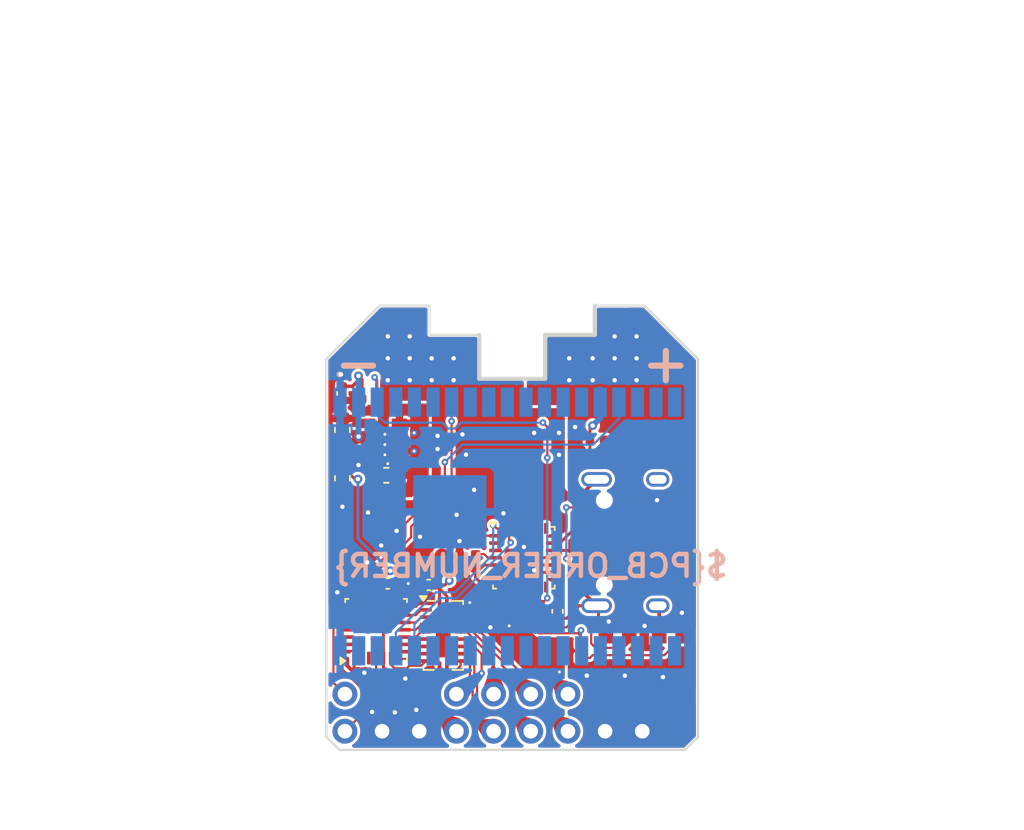
<source format=kicad_pcb>
(kicad_pcb (version 20241229) (generator "pcbnew") (generator_version "9.0")
  (layers (0 "F.Cu" signal) (4 "In1.Cu" signal) (6 "In2.Cu" signal) (2 "B.Cu" signal) (13 "F.Paste" user) (15 "B.Paste" user) (5 "F.SilkS" user "F.Silkscreen") (7 "B.SilkS" user "B.Silkscreen") (1 "F.Mask" user) (3 "B.Mask" user) (25 "Edge.Cuts" user))
  (net 0 "")
  (net 1 "Net-(J1-Pin_4)")
  (net 2 "Net-(J1-Pin_3)")
  (net 3 "Net-(J1-Pin_5)")
  (net 4 "USBD-")
  (net 5 "VUSB")
  (net 6 "USBD+")
  (net 8 "Net-(J2-CC2)")
  (net 9 "Net-(J2-CC1)")
  (net 11 "Net-(U2-NRST)")
  (net 12 "Net-(SW1-A)")
  (net 13 "Net-(SW2-A)")
  (net 14 "Net-(U4-NRST)")
  (net 15 "Net-(U4-PB8)")
  (net 16 "ESPBOOT")
  (net 26 "GND")
  (net 27 "+5V")
  (net 28 "3V3")
  (net 29 "ESPEN")
  (net 34 "ESPRX")
  (net 37 "ESPTX")
  (net 38 "STMTX")
  (net 39 "STMRX")
  (net 40 "SWDIO")
  (net 41 "SWDCLK")
  (net 72 "Net-(U2-PA6)")
  (net 73 "Net-(U2-PA7)")
  (net 74 "Net-(U2-PA4)")
  (net 75 "Net-(J1-Pin_6)")
  (net 76 "Net-(U2-PA5)")
  (net 77 "Net-(J3-Pin_3)")
  (net 78 "Net-(J3-Pin_2)")
  (net 79 "Net-(J3-Pin_1)")
  (net 80 "Net-(J3-Pin_4)")
  (net 81 "Net-(U2-PA1)")
  (net 84 "Net-(U2-PA3)")
  (net 90 "Net-(U2-PA0)")
  (net 94 "Net-(U2-PA2)")
  (footprint "Connector_PinHeader_2.54mm:PinHeader_1x08_P2.54mm_Vertical" (layer "F.Cu") (at 0 0 90)
    (property "Reference" "J1" (hide yes))
    (property "Value" "Conn_01x08_Male")
  )
  (footprint "Connector_PinHeader_2.54mm:PinHeader_1x04_P2.54mm_Vertical" (layer "F.Cu") (at -3.81 -2.54 90)
    (property "Reference" "J3" (hide yes))
    (property "Value" "Conn_01x04_Male")
  )
  (footprint "Connector_PinHeader_2.54mm:PinHeader_1x02_P2.54mm_Vertical" (layer "F.Cu") (at -11.43 -2.54)
    (property "Reference" "J4" (hide yes))
    (property "Value" "Conn_01x02_Male")
  )
  (footprint "footprints:USB_C_Receptacle_HRO_TYPE-C-31-M-12" (layer "F.Cu") (at 8.9 -12.9 90)
    (property "Reference" "J2" (hide yes))
    (property "Value" "USB_C_Receptacle_USB2.0")
  )
  (footprint "esp32-wrover:C_0603_1608Metric" (layer "F.Cu") (at -8.6 -17.5 180)
    (property "Reference" "C2" (hide yes))
    (property "Value" "10uF")
  )
  (footprint "esp32-wrover:C_0603_1608Metric" (layer "F.Cu") (at -11.6 -17.3 -90)
    (property "Reference" "C9" (hide yes))
    (property "Value" "10uF")
  )
  (footprint "esp32-wrover:C_0603_1608Metric" (layer "F.Cu") (at -11.6 -20.6 90)
    (property "Reference" "C4" (hide yes))
    (property "Value" "10uF")
  )
  (footprint "Capacitor_SMD:C_0402_1005Metric" (layer "F.Cu") (at -11.6 -23.1 -90)
    (property "Reference" "C5" (hide yes))
    (property "Value" "1uF")
  )
  (footprint "Resistor_SMD:R_0402_1005Metric" (layer "F.Cu") (at -9.77 -22.71)
    (property "Reference" "R5" (hide yes))
    (property "Value" "10k")
  )
  (footprint "Resistor_SMD:R_0402_1005Metric" (layer "F.Cu") (at -8.7 -3.5)
    (property "Reference" "R6" (hide yes))
    (property "Value" "10k")
  )
  (footprint "Resistor_SMD:R_0402_1005Metric" (layer "F.Cu") (at 5.8 -19.9)
    (property "Reference" "R8" (hide yes))
    (property "Value" "5.1k")
  )
  (footprint "Resistor_SMD:R_0402_1005Metric" (layer "F.Cu") (at 5.8 -18.8)
    (property "Reference" "R9" (hide yes))
    (property "Value" "5.1k")
  )
  (footprint "Resistor_SMD:R_0402_1005Metric" (layer "F.Cu") (at 1.9 -8.2 -90)
    (property "Reference" "R10" (hide yes))
    (property "Value" "470 Ohm")
  )
  (footprint "Resistor_SMD:R_0402_1005Metric" (layer "F.Cu") (at 0 -8.6)
    (property "Reference" "R11" (hide yes))
    (property "Value" "10k")
  )
  (footprint "Button_Switch_SMD:SW_Push_1P1T_NO_CK_KMR2" (layer "F.Cu") (at 7.2 -4.4 -90)
    (property "Reference" "SW1" (hide yes))
    (property "Value" "SW_SPST")
  )
  (footprint "Button_Switch_SMD:SW_Push_1P1T_NO_CK_KMR2" (layer "F.Cu") (at 10.85 -4.4 -90)
    (property "Reference" "SW2" (hide yes))
    (property "Value" "SW_SPST")
  )
  (footprint "Resistor_SMD:R_0402_1005Metric" (layer "F.Cu") (at 4.7 -5.5 -90)
    (property "Reference" "R12" (hide yes))
    (property "Value" "470 Ohm")
  )
  (footprint "footprints:SOT-23-5" (layer "F.Cu") (at -8.8 -20.1 180)
    (property "Reference" "U3" (hide yes))
    (property "Value" "ME6211C33M5G-N")
  )
  (footprint "Capacitor_SMD:C_0402_1005Metric" (layer "F.Cu") (at -3.6 -11.62 90)
    (property "Reference" "C1" (hide yes))
    (property "Value" "1uF")
  )
  (footprint "TestPoint:TestPoint_Pad_D1.0mm" (layer "F.Cu") (at -4.8 -13.4)
    (property "Reference" "TP1" (hide yes))
    (property "Value" "DFU")
  )
  (footprint "Capacitor_SMD:C_0402_1005Metric" (layer "F.Cu") (at -8.5 -10.1)
    (property "Reference" "C7")
    (property "Value" "1uF")
  )
  (footprint "Package_DFN_QFN:QFN-28_4x4mm_P0.5mm" (layer "F.Cu") (at 0.8 -11.8625)
    (property "Reference" "U4")
    (property "Value" "STM32F042G6Ux")
  )
  (footprint "Resistor_SMD:R_0402_1005Metric" (layer "F.Cu") (at -2.5 -13.9 -90)
    (property "Reference" "R14")
    (property "Value" "10k")
  )
  (footprint "Capacitor_SMD:C_0402_1005Metric" (layer "F.Cu") (at -5.7 -10 180)
    (property "Reference" "C8")
    (property "Value" "1uF")
  )
  (footprint "Package_DFN_QFN:DHVQFN-20-1EP_2.5x4.5mm_P0.5mm_EP1x3mm" (layer "F.Cu") (at -4.7125 -6.55)
    (property "Reference" "U6")
    (property "Value" "74HCT245")
  )
  (footprint "Package_DFN_QFN:QFN-28_4x4mm_P0.5mm" (layer "F.Cu") (at -9.3 -6.9375 90)
    (property "Reference" "U2" (hide yes))
    (property "Value" "STM32F042G6Ux")
  )
  (footprint "Resistor_SMD:R_0402_1005Metric" (layer "F.Cu") (at -2.5 -11.6 -90)
    (property "Reference" "R13")
    (property "Value" "10k")
  )
  (footprint "TestPoint:TestPoint_Pad_D1.0mm" (layer "F.Cu") (at -4.8 -12)
    (property "Reference" "TP2" (hide yes))
    (property "Value" "DFU")
  )
  (footprint "Capacitor_SMD:C_0402_1005Metric" (layer "F.Cu") (at 3.1 -8.2 -90)
    (property "Reference" "C6")
    (property "Value" "1uF")
  )
  (footprint "esp32-wrover:XCVR_ESP32-WROVER" (layer "B.Cu") (at -3.5 -14 -90)
    (property "Reference" "U1" (hide yes))
    (property "Value" "ESP32-WROVER")
  )
  (gr_line (start 9.5 -25) (end 11.5 -25) (stroke (width 0.4)) (layer "F.SilkS"))
  (gr_line (start 10.5 -24) (end 10.5 -26) (stroke (width 0.4)) (layer "F.SilkS"))
  (gr_line (start -11.5 -25) (end -9.5 -25) (stroke (width 0.4)) (layer "F.SilkS"))
  (gr_line (start 9.5 -25) (end 11.5 -25) (stroke (width 0.4)) (layer "B.SilkS"))
  (gr_line (start -11.5 -25) (end -9.5 -25) (stroke (width 0.4)) (layer "B.SilkS"))
  (gr_line (start 10.5 -24) (end 10.5 -26) (stroke (width 0.4)) (layer "B.SilkS"))
  (gr_line (start -11.811 1.27) (end 11.811 1.27) (stroke (width 0.15)) (layer "Edge.Cuts"))
  (gr_line (start -5.649784 -27.1) (end -2.249992 -27.100034) (stroke (width 0.15)) (layer "Edge.Cuts"))
  (gr_line (start 9.05 -29.1) (end 12.7 -25.45) (stroke (width 0.15)) (layer "Edge.Cuts"))
  (gr_line (start 5.649267 -29.09991) (end 5.649267 -27.100034) (stroke (width 0.282843)) (layer "Edge.Cuts"))
  (gr_line (start 2.249992 -27.100034) (end 2.249992 -24.099698) (stroke (width 0.282843)) (layer "Edge.Cuts"))
  (gr_line (start -9.036755 -29.1) (end -12.7 -25.45) (stroke (width 0.15)) (layer "Edge.Cuts"))
  (gr_line (start -5.649784 -29.09991) (end -5.649784 -27.1) (stroke (width 0.15)) (layer "Edge.Cuts"))
  (gr_line (start 11.811 1.27) (end 12.7 0.4) (stroke (width 0.15)) (layer "Edge.Cuts"))
  (gr_line (start -12.7 0.381) (end -11.811 1.27) (stroke (width 0.15)) (layer "Edge.Cuts"))
  (gr_line (start 12.7 -24.449999) (end 12.7 -25.45) (stroke (width 0.15)) (layer "Edge.Cuts"))
  (gr_line (start 5.649267 -29.09991) (end 9.05 -29.1) (stroke (width 0.15)) (layer "Edge.Cuts"))
  (gr_line (start -12.7 0.381) (end -12.7 -24.45) (stroke (width 0.15)) (layer "Edge.Cuts"))
  (gr_line (start -12.7 -24.45) (end -12.7 -25.45) (stroke (width 0.15)) (layer "Edge.Cuts"))
  (gr_line (start 5.649267 -27.100034) (end 2.249992 -27.100034) (stroke (width 0.282843)) (layer "Edge.Cuts"))
  (gr_line (start -9.036755 -29.100037) (end -5.649784 -29.09991) (stroke (width 0.15)) (layer "Edge.Cuts"))
  (gr_line (start 2.249992 -24.099698) (end -2.249992 -24.099698) (stroke (width 0.282843)) (layer "Edge.Cuts"))
  (gr_line (start -2.249992 -24.099698) (end -2.249992 -27.100034) (stroke (width 0.282843)) (layer "Edge.Cuts"))
  (gr_line (start 12.7 0.4) (end 12.7 -24.449999) (stroke (width 0.15)) (layer "Edge.Cuts"))
  (gr_text "${PCB_ORDER_NUMBER}" (at 1.27 -11.3 0) (layer "B.SilkS") (effects (font (size 1.5 1.5) (thickness 0.3)) (justify mirror)))
  (segment (start -3.525 -4.477768) (end -3.525 -4.8) (width 0.15) (layer "F.Cu") (net 1))
  (segment (start -1.97 -0.7) (end -2.4 -0.7) (width 0.15) (layer "F.Cu") (net 1))
  (segment (start -3.09 -1.39) (end -4.33 -1.39) (width 0.15) (layer "F.Cu") (net 1))
  (segment (start -4.33 -1.39) (end -5 -2.06) (width 0.15) (layer "F.Cu") (net 1))
  (segment (start -2.4 -0.7) (end -3.09 -1.39) (width 0.15) (layer "F.Cu") (net 1))
  (segment (start -1.27 0) (end -1.97 -0.7) (width 0.15) (layer "F.Cu") (net 1))
  (segment (start -5 -2.06) (end -5 -3.002768) (width 0.15) (layer "F.Cu") (net 1))
  (segment (start -5 -3.002768) (end -3.525 -4.477768) (width 0.15) (layer "F.Cu") (net 1))
  (segment (start -4.4625 -3.969556) (end -5.5 -2.932056) (width 0.15) (layer "F.Cu") (net 2))
  (segment (start -5.5 -1.69) (end -3.81 0) (width 0.15) (layer "F.Cu") (net 2))
  (segment (start -4.4625 -4.3625) (end -4.4625 -3.969556) (width 0.15) (layer "F.Cu") (net 2))
  (segment (start -5.5 -2.932056) (end -5.5 -1.69) (width 0.15) (layer "F.Cu") (net 2))
  (segment (start -3.525 -5.3) (end -3.202768 -5.3) (width 0.15) (layer "F.Cu") (net 3))
  (segment (start -2.7 -3) (end -2.7 -1.9) (width 0.15) (layer "F.Cu") (net 3))
  (segment (start -2.7 -1.9) (end -1.9 -1.1) (width 0.15) (layer "F.Cu") (net 3))
  (segment (start -2.7 -3.1) (end -2.7 -3) (width 0.15) (layer "F.Cu") (net 3))
  (segment (start -2.9 -3.3) (end -2.7 -3.1) (width 0.15) (layer "F.Cu") (net 3))
  (segment (start -3.202768 -5.3) (end -2.8865 -4.983732) (width 0.15) (layer "F.Cu") (net 3))
  (segment (start 0.17 -1.1) (end 1.27 0) (width 0.15) (layer "F.Cu") (net 3))
  (segment (start -2.8865 -3.3135) (end -2.9 -3.3) (width 0.15) (layer "F.Cu") (net 3))
  (segment (start -1.9 -1.1) (end 0.17 -1.1) (width 0.15) (layer "F.Cu") (net 3))
  (segment (start -2.8865 -4.983732) (end -2.8865 -3.3135) (width 0.15) (layer "F.Cu") (net 3))
  (segment (start 3.904 -12.296) (end 4.05 -12.15) (width 0.15) (layer "F.Cu") (net 4))
  (segment (start 2.7375 -12.3625) (end 3.8375 -12.3625) (width 0.2) (layer "F.Cu") (net 4))
  (segment (start 4.855 -13.15) (end 4.028 -13.15) (width 0.15) (layer "F.Cu") (net 4))
  (segment (start 3.8375 -12.3625) (end 4.05 -12.15) (width 0.2) (layer "F.Cu") (net 4))
  (segment (start 3.904 -13.026) (end 3.904 -12.296) (width 0.15) (layer "F.Cu") (net 4))
  (segment (start 4.855 -12.15) (end 4.05 -12.15) (width 0.2) (layer "F.Cu") (net 4))
  (segment (start 4.028 -13.15) (end 3.904 -13.026) (width 0.15) (layer "F.Cu") (net 4))
  (segment (start 3.88 -10.62) (end 3.88 -11.62) (width 0.15) (layer "F.Cu") (net 5))
  (segment (start 3.88 -11.62) (end 3.7 -11.8) (width 0.15) (layer "F.Cu") (net 5))
  (segment (start 4.855 -10.45) (end 4.05 -10.45) (width 0.15) (layer "F.Cu") (net 5))
  (segment (start 4.805 -15.3) (end 4.855 -15.35) (width 0.15) (layer "F.Cu") (net 5))
  (segment (start 3.7 -15.3) (end 4.805 -15.3) (width 0.15) (layer "F.Cu") (net 5))
  (segment (start 4.05 -10.45) (end 3.88 -10.62) (width 0.15) (layer "F.Cu") (net 5))
  (via (at 3.7 -15.3) (size 0.45) (drill 0.2) (layers "F.Cu" "B.Cu") (net 5))
  (via (at 3.7 -11.8) (size 0.45) (drill 0.2) (layers "F.Cu" "B.Cu") (net 5))
  (segment (start 3.7 -11.8) (end 3.7 -15.3) (width 0.15) (layer "B.Cu") (net 5))
  (segment (start 5.75 -13.65) (end 4.855 -13.65) (width 0.2) (layer "F.Cu") (net 6))
  (segment (start 5.732 -12.65) (end 5.831 -12.749) (width 0.2) (layer "F.Cu") (net 6))
  (segment (start 3.2625 -12.8625) (end 2.7375 -12.8625) (width 0.2) (layer "F.Cu") (net 6))
  (segment (start 4.855 -12.65) (end 5.732 -12.65) (width 0.2) (layer "F.Cu") (net 6))
  (segment (start 4.855 -13.65) (end 4.05 -13.65) (width 0.2) (layer "F.Cu") (net 6))
  (segment (start 4.05 -13.65) (end 3.2625 -12.8625) (width 0.2) (layer "F.Cu") (net 6))
  (segment (start 5.831 -12.749) (end 5.831 -13.569) (width 0.2) (layer "F.Cu") (net 6))
  (segment (start 5.831 -13.569) (end 5.75 -13.65) (width 0.2) (layer "F.Cu") (net 6))
  (segment (start 7.2 -15.7) (end 6.15 -14.65) (width 0.15) (layer "F.Cu") (net 8))
  (segment (start 6.15 -14.65) (end 4.855 -14.65) (width 0.15) (layer "F.Cu") (net 8))
  (segment (start 7.2 -17.5) (end 7.2 -15.7) (width 0.15) (layer "F.Cu") (net 8))
  (segment (start 6.285 -18.415) (end 7.2 -17.5) (width 0.15) (layer "F.Cu") (net 8))
  (segment (start 6.285 -18.8) (end 6.285 -18.415) (width 0.15) (layer "F.Cu") (net 8))
  (segment (start 7.5 -15.575736) (end 6.3 -14.375736) (width 0.15) (layer "F.Cu") (net 9))
  (segment (start 6.3 -14.375736) (end 6.3 -12.1) (width 0.15) (layer "F.Cu") (net 9))
  (segment (start 6.9 -19.4) (end 6.9 -18.224264) (width 0.15) (layer "F.Cu") (net 9))
  (segment (start 6.9 -18.224264) (end 7.5 -17.624264) (width 0.15) (layer "F.Cu") (net 9))
  (segment (start 7.5 -17.624264) (end 7.5 -15.575736) (width 0.15) (layer "F.Cu") (net 9))
  (segment (start 6.4 -19.9) (end 6.9 -19.4) (width 0.15) (layer "F.Cu") (net 9))
  (segment (start 5.85 -11.65) (end 4.855 -11.65) (width 0.15) (layer "F.Cu") (net 9))
  (segment (start 6.285 -19.9) (end 6.4 -19.9) (width 0.15) (layer "F.Cu") (net 9))
  (segment (start 6.3 -12.1) (end 5.85 -11.65) (width 0.15) (layer "F.Cu") (net 9))
  (segment (start -9.185 -3.8) (end -9.3 -3.915) (width 0.15) (layer "F.Cu") (net 11))
  (segment (start -9.2 -3.6) (end -9.185 -3.615) (width 0.15) (layer "F.Cu") (net 11))
  (segment (start -9.185 -3.585) (end -9.2 -3.6) (width 0.15) (layer "F.Cu") (net 11))
  (segment (start -9.185 -3.615) (end -9.185 -3.8) (width 0.15) (layer "F.Cu") (net 11))
  (segment (start -9.3 -3.915) (end -9.3 -5.000001) (width 0.15) (layer "F.Cu") (net 11))
  (segment (start -9.185 -3.5) (end -9.185 -3.585) (width 0.15) (layer "F.Cu") (net 11))
  (segment (start 5.7 -5.7) (end 5.4 -6) (width 0.15) (layer "F.Cu") (net 12))
  (segment (start 3.7 -7.1) (end 2.1 -7.1) (width 0.15) (layer "F.Cu") (net 12))
  (segment (start 1.9 -7.3) (end 1.9 -7.715) (width 0.15) (layer "F.Cu") (net 12))
  (segment (start 7.6 -5.7) (end 5.7 -5.7) (width 0.15) (layer "F.Cu") (net 12))
  (segment (start 2.1 -7.1) (end 1.9 -7.3) (width 0.15) (layer "F.Cu") (net 12))
  (segment (start 5.4 -6) (end 5.4 -7.1) (width 0.15) (layer "F.Cu") (net 12))
  (segment (start 8 -6.1) (end 7.6 -5.7) (width 0.15) (layer "F.Cu") (net 12))
  (segment (start 5.4 -7.1) (end 5 -7.5) (width 0.15) (layer "F.Cu") (net 12))
  (segment (start 5 -7.5) (end 4.1 -7.5) (width 0.15) (layer "F.Cu") (net 12))
  (segment (start 4.1 -7.5) (end 3.7 -7.1) (width 0.15) (layer "F.Cu") (net 12))
  (segment (start 8 -6.45) (end 8 -6.1) (width 0.15) (layer "F.Cu") (net 12))
  (segment (start 5.5 -5.2) (end 5.315 -5.015) (width 0.15) (layer "F.Cu") (net 13))
  (segment (start 10.4 -5.2) (end 5.5 -5.2) (width 0.15) (layer "F.Cu") (net 13))
  (segment (start 11.65 -6.45) (end 10.4 -5.2) (width 0.15) (layer "F.Cu") (net 13))
  (segment (start 5.315 -5.015) (end 4.7 -5.015) (width 0.15) (layer "F.Cu") (net 13))
  (segment (start -1.6625 -11.8625) (end -1.909999 -12.109999) (width 0.15) (layer "F.Cu") (net 14))
  (segment (start -1.909999 -12.109999) (end -2.5 -12.109999) (width 0.15) (layer "F.Cu") (net 14))
  (segment (start -1.137499 -11.8625) (end -1.6625 -11.8625) (width 0.15) (layer "F.Cu") (net 14))
  (segment (start -2.709999 -13.6) (end -2.5 -13.390001) (width 0.15) (layer "F.Cu") (net 15))
  (segment (start -2.472499 -13.3625) (end -2.5 -13.390001) (width 0.15) (layer "F.Cu") (net 15))
  (segment (start -4.8 -13.4) (end -4.6 -13.6) (width 0.15) (layer "F.Cu") (net 15))
  (segment (start -4.6 -13.6) (end -2.709999 -13.6) (width 0.15) (layer "F.Cu") (net 15))
  (segment (start -1.1975 -13.3625) (end -2.472499 -13.3625) (width 0.15) (layer "F.Cu") (net 15))
  (segment (start 1.3 -9.925) (end 1.3 -9.415) (width 0.15) (layer "F.Cu") (net 16))
  (segment (start 4.5 -6.7) (end 4.7 -6.5) (width 0.15) (layer "F.Cu") (net 16))
  (segment (start 0.485 -8.015) (end 1.8 -6.7) (width 0.15) (layer "F.Cu") (net 16))
  (segment (start 1.3 -9.415) (end 0.485 -8.6) (width 0.15) (layer "F.Cu") (net 16))
  (segment (start 1.8 -6.7) (end 4.5 -6.7) (width 0.15) (layer "F.Cu") (net 16))
  (segment (start 0.485 -8.6) (end 0.485 -8.015) (width 0.15) (layer "F.Cu") (net 16))
  (segment (start 4.7 -6.5) (end 4.7 -5.985) (width 0.15) (layer "F.Cu") (net 16))
  (segment (start 4.7 -5.985) (end 4.7 -6.9) (width 0.15) (layer "F.Cu") (net 16))
  (via (at 4.7 -6.9) (size 0.45) (drill 0.2) (layers "F.Cu" "B.Cu") (net 16))
  (segment (start 4.7 -5.55) (end 4.75 -5.5) (width 0.15) (layer "B.Cu") (net 16))
  (segment (start 4.7 -6.9) (end 4.7 -5.55) (width 0.15) (layer "B.Cu") (net 16))
  (segment (start -11.7 -24.4) (end -11.6 -24.3) (width 0.24) (layer "F.Cu") (net 26))
  (segment (start 4.855 -16.305) (end 5.77 -17.22) (width 0.24) (layer "F.Cu") (net 26))
  (segment (start 4.855 -9.495) (end 5.77 -8.58) (width 0.24) (layer "F.Cu") (net 26))
  (segment (start -12.3 -24.3) (end -12.2 -24.4) (width 0.24) (layer "F.Cu") (net 26))
  (segment (start -8.02 -10.1) (end -7.1 -10.1) (width 0.2) (layer "F.Cu") (net 26))
  (segment (start -11.6 -15.8) (end -11.6 -16.8125) (width 0.4) (layer "F.Cu") (net 26))
  (segment (start -3.25 -8.8) (end -3.525 -8.525) (width 0.2) (layer "F.Cu") (net 26))
  (segment (start -3.6 -12.1) (end -3.6 -13) (width 0.2) (layer "F.Cu") (net 26))
  (segment (start 2.7375 -10.8625) (end 1.6375 -10.8625) (width 0.2) (layer "F.Cu") (net 26))
  (segment (start 10.05 -8.48) (end 9.95 -8.58) (width 0.24) (layer "F.Cu") (net 26))
  (segment (start -7.7 -20.1) (end -8.4 -20.1) (width 0.5) (layer "F.Cu") (net 26))
  (segment (start 4.855 -9.65) (end 4.855 -9.495) (width 0.24) (layer "F.Cu") (net 26))
  (segment (start 5.9 -7.3) (end 6.4 -6.8) (width 0.2) (layer "F.Cu") (net 26))
  (segment (start -3.525 -8.525) (end -3.525 -8.3) (width 0.2) (layer "F.Cu") (net 26))
  (segment (start -8.4 -20.1) (end -8.7 -20.4) (width 0.24) (layer "F.Cu") (net 26))
  (segment (start -5.225 -4.1) (end -6.8 -4.1) (width 0.2) (layer "F.Cu") (net 26))
  (segment (start -12.2125 -21.3875) (end -12.4 -21.2) (width 0.24) (layer "F.Cu") (net 26))
  (segment (start 5.315 -18.8) (end 5.315 -19.9) (width 0.2) (layer "F.Cu") (net 26))
  (segment (start -8.3 -8.875) (end -8.3 -9.5) (width 0.2) (layer "F.Cu") (net 26))
  (segment (start -11.6 -21.3875) (end -11.6 -22.615) (width 0.24) (layer "F.Cu") (net 26))
  (segment (start -12.2125 -16.5125) (end -11.6 -16.5125) (width 0.24) (layer "F.Cu") (net 26))
  (segment (start -10.1 -4) (end -10.6 -4) (width 0.2) (layer "F.Cu") (net 26))
  (segment (start -12.2 -24.4) (end -11.7 -24.4) (width 0.24) (layer "F.Cu") (net 26))
  (segment (start -7 -10) (end -7.1 -10.1) (width 0.2) (layer "F.Cu") (net 26))
  (segment (start 5.77 -8.58) (end 4.58 -8.58) (width 0.2) (layer "F.Cu") (net 26))
  (segment (start -6.8 -4.1) (end -7.3 -3.6) (width 0.2) (layer "F.Cu") (net 26))
  (segment (start 3.1 -7.72) (end 3.72 -7.72) (width 0.2) (layer "F.Cu") (net 26))
  (segment (start 5.315 -19.9) (end 5.315 -20.715) (width 0.2) (layer "F.Cu") (net 26))
  (segment (start -4.9625 -4.3625) (end -5.225 -4.1) (width 0.2) (layer "F.Cu") (net 26))
  (segment (start 4.855 -16.15) (end 4.855 -16.305) (width 0.24) (layer "F.Cu") (net 26))
  (segment (start 10.05 -6.45) (end 10.05 -8.48) (width 0.24) (layer "F.Cu") (net 26))
  (segment (start -12.1 -22.6) (end -12.3 -22.8) (width 0.24) (layer "F.Cu") (net 26))
  (segment (start -11.6 -21.3875) (end -12.2125 -21.3875) (width 0.24) (layer "F.Cu") (net 26))
  (segment (start -11.6 -22.615) (end -11.615 -22.6) (width 0.24) (layer "F.Cu") (net 26))
  (segment (start -2.9 -8.8) (end -3.25 -8.8) (width 0.2) (layer "F.Cu") (net 26))
  (segment (start -8.3 -9.5) (end -8.02 -9.78) (width 0.2) (layer "F.Cu") (net 26))
  (segment (start 1.6375 -10.8625) (end 1.5 -11) (width 0.2) (layer "F.Cu") (net 26))
  (segment (start 4.58 -8.58) (end 4.2 -8.2) (width 0.2) (layer "F.Cu") (net 26))
  (segment (start -12.3 -22.8) (end -12.3 -24.3) (width 0.24) (layer "F.Cu") (net 26))
  (segment (start -10.6 -4) (end -10.8 -4.2) (width 0.2) (layer "F.Cu") (net 26))
  (segment (start 3.72 -7.72) (end 4.2 -8.2) (width 0.2) (layer "F.Cu") (net 26))
  (segment (start 5.77 -8.58) (end 5.9 -8.45) (width 0.2) (layer "F.Cu") (net 26))
  (segment (start -6.18 -10) (end -7 -10) (width 0.2) (layer "F.Cu") (net 26))
  (segment (start -11.615 -22.6) (end -12.1 -22.6) (width 0.24) (layer "F.Cu") (net 26))
  (segment (start 5.315 -20.715) (end 5.5 -20.9) (width 0.2) (layer "F.Cu") (net 26))
  (segment (start -12.4 -21.2) (end -12.4 -16.7) (width 0.24) (layer "F.Cu") (net 26))
  (segment (start 5.77 -8.58) (end 5.92 -8.58) (width 0.24) (layer "F.Cu") (net 26))
  (segment (start -8.02 -9.78) (end -8.02 -10.1) (width 0.2) (layer "F.Cu") (net 26))
  (segment (start 6.4 -6.8) (end 6.4 -6.45) (width 0.2) (layer "F.Cu") (net 26))
  (segment (start 5.9 -8.45) (end 5.9 -7.3) (width 0.2) (layer "F.Cu") (net 26))
  (segment (start -10.8 -4.2) (end -10.8 -4.94) (width 0.2) (layer "F.Cu") (net 26))
  (segment (start -12.4 -16.7) (end -12.2125 -16.5125) (width 0.24) (layer "F.Cu") (net 26))
  (via (at -8.5 -25.5) (size 0.6) (drill 0.3) (layers "F.Cu" "B.Cu") (net 26))
  (via (at -8.5 -24) (size 0.6) (drill 0.3) (layers "F.Cu" "B.Cu") (net 26))
  (via (at -8.5 -27) (size 0.6) (drill 0.3) (layers "F.Cu" "B.Cu") (net 26))
  (via (at -8.7 -20.3) (size 0.45) (drill 0.2) (layers "F.Cu" "B.Cu") (net 26))
  (via (at -9.9 -11.55) (size 0.6) (drill 0.3) (layers "F.Cu" "B.Cu") (net 26))
  (via (at -10.1 -4) (size 0.6) (drill 0.3) (layers "F.Cu" "B.Cu") (net 26))
  (via (at -7.3 -3.6) (size 0.6) (drill 0.3) (layers "F.Cu" "B.Cu") (net 26))
  (via (at -2.6 -16.5) (size 0.6) (drill 0.3) (layers "F.Cu" "B.Cu") (net 26))
  (via (at -8.5 -18.3) (size 0.45) (drill 0.2) (layers "F.Cu" "B.Cu") (net 26))
  (via (at -8.7 -18.9) (size 0.45) (drill 0.2) (layers "F.Cu" "B.Cu") (net 26))
  (via (at -8.7 -19.6) (size 0.45) (drill 0.2) (layers "F.Cu" "B.Cu") (net 26))
  (via (at -6.3 -13.3) (size 0.6) (drill 0.3) (layers "F.Cu" "B.Cu") (net 26))
  (via (at -2.9 -8.8) (size 0.45) (drill 0.2) (layers "F.Cu" "B.Cu") (net 26))
  (via (at -4 -24) (size 0.6) (drill 0.3) (layers "F.Cu" "B.Cu") (net 26))
  (via (at -11.95 -9.5) (size 0.6) (drill 0.3) (layers "F.Cu" "B.Cu") (net 26))
  (via (at 3.2 -18.9) (size 0.6) (drill 0.3) (layers "F.Cu" "B.Cu") (net 26))
  (via (at -3.8 -14.8) (size 0.6) (drill 0.3) (layers "F.Cu" "B.Cu") (net 26))
  (via (at -5.5 -25.5) (size 0.6) (drill 0.3) (layers "F.Cu" "B.Cu") (net 26))
  (via (at 3.2 -20.4) (size 0.6) (drill 0.3) (layers "F.Cu" "B.Cu") (net 26))
  (via (at -5.1 -20.2) (size 0.6) (drill 0.3) (layers "F.Cu" "B.Cu") (net 26))
  (via (at -1.49 -7.1) (size 0.6) (drill 0.3) (layers "F.Cu" "B.Cu") (net 26))
  (via (at 1.5 -11) (size 0.6) (drill 0.3) (layers "F.Cu" "B.Cu") (net 26))
  (via (at 0.8 -12.6) (size 0.6) (drill 0.3) (layers "F.Cu" "B.Cu") (net 26))
  (via (at -5.1 -19.3) (size 0.6) (drill 0.3) (layers "F.Cu" "B.Cu") (net 26))
  (via (at -0.6 -14.9) (size 0.6) (drill 0.3) (layers "F.Cu" "B.Cu") (net 26))
  (via (at -3.4 -20.3) (size 0.6) (drill 0.3) (layers "F.Cu" "B.Cu") (net 26))
  (via (at -3.15 -18.91) (size 0.6) (drill 0.3) (layers "F.Cu" "B.Cu") (net 26))
  (via (at -7.1 -10.1) (size 0.45) (drill 0.2) (layers "F.Cu" "B.Cu") (net 26))
  (via (at -7.9 -13.7) (size 0.6) (drill 0.3) (layers "F.Cu" "B.Cu") (net 26))
  (via (at -9.85 -14.96) (size 0.6) (drill 0.3) (layers "F.Cu" "B.Cu") (net 26))
  (via (at -11.7 -24.4) (size 0.6) (drill 0.3) (layers "F.Cu" "B.Cu") (net 26))
  (via (at -7 -27) (size 0.6) (drill 0.3) (layers "F.Cu" "B.Cu") (net 26))
  (via (at -0.2 -7.2) (size 0.45) (drill 0.2) (layers "F.Cu" "B.Cu") (net 26))
  (via (at -10.5 -18.2) (size 0.6) (drill 0.3) (layers "F.Cu" "B.Cu") (net 26))
  (via (at -4 -25.5) (size 0.6) (drill 0.3) (layers "F.Cu" "B.Cu") (net 26))
  (via (at -7 -24) (size 0.6) (drill 0.3) (layers "F.Cu" "B.Cu") (net 26))
  (via (at -8.02 -1.29) (size 0.6) (drill 0.3) (layers "F.Cu" "B.Cu") (net 26))
  (via (at -5.5 -24) (size 0.6) (drill 0.3) (layers "F.Cu" "B.Cu") (net 26))
  (via (at -3.6 -13) (size 0.6) (drill 0.3) (layers "F.Cu" "B.Cu") (net 26))
  (via (at 3.23 -4.05) (size 0.45) (drill 0.2) (layers "F.Cu" "B.Cu") (net 26))
  (via (at 1.5 -20.4) (size 0.6) (drill 0.3) (layers "F.Cu" "B.Cu") (net 26))
  (via (at -6.55 -1.46) (size 0.6) (drill 0.3) (layers "F.Cu" "B.Cu") (net 26))
  (via (at -8.95 -12.7) (size 0.6) (drill 0.3) (layers "F.Cu" "B.Cu") (net 26))
  (via (at -7 -25.5) (size 0.6) (drill 0.3) (layers "F.Cu" "B.Cu") (net 26))
  (via (at -9.57 -1.32) (size 0.6) (drill 0.3) (layers "F.Cu" "B.Cu") (net 26))
  (via (at -11.6 -15.35) (size 0.6) (drill 0.3) (layers "F.Cu" "B.Cu") (net 26))
  (via (at 5.5 -20.9) (size 0.6) (drill 0.3) (layers "F.Cu" "B.Cu") (net 26))
  (segment (start -11.76 -5.5) (end -11.76 -6.24) (width 0.25) (layer "B.Cu") (net 26))
  (segment (start 5.5 -20.9) (end 6.02 -21.42) (width 0.4) (layer "B.Cu") (net 26))
  (segment (start 6.02 -21.42) (end 6.02 -22.5) (width 0.4) (layer "B.Cu") (net 26))
  (segment (start 5.4 -20.9) (end 5.5 -20.9) (width 0.4) (layer "B.Cu") (net 26))
  (segment (start -11.7 -24.4) (end -11.76 -24.34) (width 0.24) (layer "B.Cu") (net 26))
  (segment (start -11.76 -24.34) (end -11.76 -22.5) (width 0.24) (layer "B.Cu") (net 26))
  (segment (start -10.1 -26) (end -8.5 -26) (width 0.4) (layer "B.Cu") (net 26))
  (segment (start -8.89 -1.97) (end -10.76 -3.84) (width 0.4) (layer "B.Cu") (net 26))
  (segment (start -10.76 -3.84) (end -11.59 -3.84) (width 0.4) (layer "B.Cu") (net 26))
  (segment (start -11.59 -3.84) (end -11.76 -4.01) (width 0.4) (layer "B.Cu") (net 26))
  (segment (start -11.76 -4.01) (end -11.76 -5.5) (width 0.4) (layer "B.Cu") (net 26))
  (segment (start -11.7 -24.4) (end -10.1 -26) (width 0.4) (layer "B.Cu") (net 26))
  (segment (start 6.02 -22.5) (end 6.02 -23.365996) (width 0.4) (layer "B.Cu") (net 26))
  (segment (start -11.76 -22.5) (end -11.76 -19.46) (width 0.24) (layer "B.Cu") (net 26))
  (segment (start -8.89 0) (end -8.89 -1.97) (width 0.4) (layer "B.Cu") (net 26))
  (segment (start -11.76 -19.46) (end -10.5 -18.2) (width 0.24) (layer "B.Cu") (net 26))
  (segment (start -6.7 -21.05) (end -6.7 -20.42) (width 0.5) (layer "F.Cu") (net 27))
  (segment (start 7.2 -3.3) (end 7.2 -1.59) (width 0.2) (layer "F.Cu") (net 27))
  (segment (start -4.3 -10.3) (end -4.6 -10) (width 0.2) (layer "F.Cu") (net 27))
  (segment (start -4.9625 -8.7375) (end -4.9625 -9.7425) (width 0.2) (layer "F.Cu") (net 27))
  (segment (start -4.6 -10) (end -5.22 -10) (width 0.2) (layer "F.Cu") (net 27))
  (segment (start -6.7 -19.15) (end -7.8 -19.15) (width 0.5) (layer "F.Cu") (net 27))
  (segment (start -4.4625 -9.2425) (end -5.22 -10) (width 0.2) (layer "F.Cu") (net 27))
  (segment (start 7.7 -3.8) (end 7.2 -3.3) (width 0.2) (layer "F.Cu") (net 27))
  (segment (start -7.8 -21.05) (end -6.7 -21.05) (width 0.5) (layer "F.Cu") (net 27))
  (segment (start -7.8125 -17.75) (end -7.8125 -19.1375) (width 0.4) (layer "F.Cu") (net 27))
  (segment (start 10.849999 -1.759999) (end 10.85 -3.19) (width 0.19) (layer "F.Cu") (net 27))
  (segment (start -7.8125 -19.1375) (end -7.8 -19.15) (width 0.24) (layer "F.Cu") (net 27))
  (segment (start -4.4625 -8.7375) (end -4.4625 -9.2425) (width 0.2) (layer "F.Cu") (net 27))
  (segment (start 10.3 -3.7) (end 10.829999 -3.170001) (width 0.24) (layer "F.Cu") (net 27))
  (segment (start -6.7 -19.15) (end -6.7 -20.4) (width 0.5) (layer "F.Cu") (net 27))
  (segment (start -4.9625 -9.7425) (end -5.22 -10) (width 0.2) (layer "F.Cu") (net 27))
  (via (at 8.5 -25.5) (size 0.6) (drill 0.3) (layers "F.Cu" "B.Cu") (net 27))
  (via (at 7 -25.5) (size 0.6) (drill 0.3) (layers "F.Cu" "B.Cu") (net 27))
  (via (at 8.5 -24) (size 0.6) (drill 0.3) (layers "F.Cu" "B.Cu") (net 27))
  (via (at 7 -27) (size 0.6) (drill 0.3) (layers "F.Cu" "B.Cu") (net 27))
  (via (at 7 -24) (size 0.6) (drill 0.3) (layers "F.Cu" "B.Cu") (net 27))
  (via (at 8.5 -27) (size 0.6) (drill 0.3) (layers "F.Cu" "B.Cu") (net 27))
  (via (at 5.5 -25.5) (size 0.6) (drill 0.3) (layers "F.Cu" "B.Cu") (net 27))
  (via (at -6.7 -19.15) (size 0.45) (drill 0.2) (layers "F.Cu" "B.Cu") (net 27))
  (via (at 5.1 -3.8) (size 0.6) (drill 0.3) (layers "F.Cu" "B.Cu") (net 27))
  (via (at 7.7 -3.8) (size 0.6) (drill 0.3) (layers "F.Cu" "B.Cu") (net 27))
  (via (at 10.3 -3.7) (size 0.6) (drill 0.3) (layers "F.Cu" "B.Cu") (net 27))
  (via (at -6.7 -20.4) (size 0.45) (drill 0.2) (layers "F.Cu" "B.Cu") (net 27))
  (via (at 5.5 -24) (size 0.6) (drill 0.3) (layers "F.Cu" "B.Cu") (net 27))
  (via (at 3.9 -25.5) (size 0.6) (drill 0.3) (layers "F.Cu" "B.Cu") (net 27))
  (via (at 3.9 -24) (size 0.6) (drill 0.3) (layers "F.Cu" "B.Cu") (net 27))
  (via (at 11.6 -8.1) (size 0.6) (drill 0.3) (layers "F.Cu" "B.Cu") (net 27))
  (via (at 4.3 -20.8) (size 0.6) (drill 0.3) (layers "F.Cu" "B.Cu") (net 27))
  (via (at 9.05 -7.2) (size 0.6) (drill 0.3) (layers "F.Cu" "B.Cu") (net 27))
  (via (at 6.6 -7.5) (size 0.6) (drill 0.3) (layers "F.Cu" "B.Cu") (net 27))
  (via (at 9.9 -15.8) (size 0.6) (drill 0.3) (layers "F.Cu" "B.Cu") (net 27))
  (via (at -4.3 -10.3) (size 0.6) (drill 0.3) (layers "F.Cu" "B.Cu") (net 27))
  (segment (start -11.6 -18.3875) (end -11.6 -19.8125) (width 0.4) (layer "F.Cu") (net 28))
  (segment (start -10.915 -23.585) (end -10.5 -24) (width 0.24) (layer "F.Cu") (net 28))
  (segment (start -8.98 -10.32) (end -8.33 -10.97) (width 0.2) (layer "F.Cu") (net 28))
  (segment (start 2.0375 -11.3625) (end 1.8 -11.6) (width 0.2) (layer "F.Cu") (net 28))
  (segment (start 2.7375 -11.3625) (end 3.3375 -11.3625) (width 0.2) (layer "F.Cu") (net 28))
  (segment (start -10.255 -24.055) (end -10.5 -24.3) (width 0.2) (layer "F.Cu") (net 28))
  (segment (start -8.8 -5) (end -8.8 -7.7) (width 0.2) (layer "F.Cu") (net 28))
  (segment (start 2.0625 -11.8625) (end 1.8 -11.6) (width 0.2) (layer "F.Cu") (net 28))
  (segment (start 1.8 -11.6) (end 0 -11.6) (width 0.2) (layer "F.Cu") (net 28))
  (segment (start -2.5 -11.090001) (end -2.5 -10.5) (width 0.2) (layer "F.Cu") (net 28))
  (segment (start -10 -19.15) (end -10 -19.65) (width 0.4) (layer "F.Cu") (net 28))
  (segment (start -8.8 -8.875) (end -8.8 -9.4) (width 0.2) (layer "F.Cu") (net 28))
  (segment (start -4.990001 -11.090001) (end -2.5 -11.090001) (width 0.2) (layer "F.Cu") (net 28))
  (segment (start 2.7375 -11.3625) (end 2.0375 -11.3625) (width 0.2) (layer "F.Cu") (net 28))
  (segment (start -9.3 -8.2) (end -8.8 -7.7) (width 0.2) (layer "F.Cu") (net 28))
  (segment (start 2.737499 -11.8625) (end 2.0625 -11.8625) (width 0.2) (layer "F.Cu") (net 28))
  (segment (start -2.5 -10.5) (end -0.6 -8.6) (width 0.2) (layer "F.Cu") (net 28))
  (segment (start -8.8 -7.7) (end -8.8 -8.875) (width 0.2) (layer "F.Cu") (net 28))
  (segment (start -10.8375 -19.8125) (end -10.5 -20.15) (width 0.4) (layer "F.Cu") (net 28))
  (segment (start 3.1 -9.75) (end 3.1 -8.68) (width 0.2) (layer "F.Cu") (net 28))
  (segment (start -10 -19.65) (end -10.5 -20.15) (width 0.4) (layer "F.Cu") (net 28))
  (segment (start -3.94 -11.14) (end -3.6 -11.14) (width 0.2) (layer "F.Cu") (net 28))
  (segment (start -11.6 -19.8125) (end -10.8375 -19.8125) (width 0.4) (layer "F.Cu") (net 28))
  (segment (start -2.5 -11.090001) (end -2.209999 -11.090001) (width 0.2) (layer "F.Cu") (net 28))
  (segment (start -8.8 -4.385) (end -8.215 -3.8) (width 0.2) (layer "F.Cu") (net 28))
  (segment (start -2.209999 -11.090001) (end -1.9375 -11.3625) (width 0.2) (layer "F.Cu") (net 28))
  (segment (start -1.9375 -11.3625) (end -1.1375 -11.3625) (width 0.2) (layer "F.Cu") (net 28))
  (segment (start 3.49 -11.21) (end 3.49 -10.14) (width 0.2) (layer "F.Cu") (net 28))
  (segment (start -8.98 -10.1) (end -8.98 -10.32) (width 0.2) (layer "F.Cu") (net 28))
  (segment (start -8.8 -5) (end -8.8 -4.385) (width 0.2) (layer "F.Cu") (net 28))
  (segment (start 0 -11.6) (end -0.2375 -11.3625) (width 0.2) (layer "F.Cu") (net 28))
  (segment (start -9.3 -8.874999) (end -9.3 -8.2) (width 0.2) (layer "F.Cu") (net 28))
  (segment (start -5.110002 -10.97) (end -4.990001 -11.090001) (width 0.2) (layer "F.Cu") (net 28))
  (segment (start 3.3375 -11.3625) (end 3.49 -11.21) (width 0.2) (layer "F.Cu") (net 28))
  (segment (start -4.8 -12) (end -3.94 -11.14) (width 0.2) (layer "F.Cu") (net 28))
  (segment (start -10.255 -22.71) (end -10.255 -24.055) (width 0.2) (layer "F.Cu") (net 28))
  (segment (start -8.98 -9.58) (end -8.98 -10.1) (width 0.2) (layer "F.Cu") (net 28))
  (segment (start -11.6 -23.585) (end -10.915 -23.585) (width 0.24) (layer "F.Cu") (net 28))
  (segment (start -0.6 -8.6) (end -0.485 -8.6) (width 0.2) (layer "F.Cu") (net 28))
  (segment (start -10.7525 -17.24) (end -11.6 -18.0875) (width 0.2) (layer "F.Cu") (net 28))
  (segment (start -10.5 -24.3) (end -10.5 -24) (width 0.24) (layer "F.Cu") (net 28))
  (segment (start -0.2375 -11.3625) (end -1.1375 -11.3625) (width 0.2) (layer "F.Cu") (net 28))
  (segment (start -8.215 -3.5) (end -8.215 -3.8) (width 0.2) (layer "F.Cu") (net 28))
  (segment (start 3.49 -10.14) (end 3.1 -9.75) (width 0.2) (layer "F.Cu") (net 28))
  (segment (start -10.54 -17.24) (end -10.7525 -17.24) (width 0.2) (layer "F.Cu") (net 28))
  (segment (start -8.33 -10.97) (end -5.110002 -10.97) (width 0.2) (layer "F.Cu") (net 28))
  (segment (start -8.8 -9.4) (end -8.98 -9.58) (width 0.2) (layer "F.Cu") (net 28))
  (via (at -10.5 -20.15) (size 0.6) (drill 0.3) (layers "F.Cu" "B.Cu") (net 28))
  (via (at -10.54 -17.24) (size 0.6) (drill 0.3) (layers "F.Cu" "B.Cu") (net 28))
  (via (at -10.5 -24.3) (size 0.6) (drill 0.3) (layers "F.Cu" "B.Cu") (net 28))
  (via (at -8.33 -10.97) (size 0.6) (drill 0.3) (layers "F.Cu" "B.Cu") (net 28))
  (segment (start -10.5 -24.3) (end -10.49 -24.29) (width 0.24) (layer "B.Cu") (net 28))
  (segment (start -10.49 -24.29) (end -10.49 -22.5) (width 0.4) (layer "B.Cu") (net 28))
  (segment (start -10.5 -20) (end -10.5 -22.49) (width 0.4) (layer "B.Cu") (net 28))
  (segment (start -10.54 -13.18) (end -10.54 -17.24) (width 0.2) (layer "B.Cu") (net 28))
  (segment (start -8.33 -10.97) (end -10.54 -13.18) (width 0.2) (layer "B.Cu") (net 28))
  (segment (start -10.5 -22.49) (end -10.49 -22.5) (width 0.24) (layer "B.Cu") (net 28))
  (segment (start 2.4 -20.8) (end 2.4 -18.7) (width 0.15) (layer "F.Cu") (net 29))
  (segment (start -9.285 -22.71) (end -9.285 -24.085) (width 0.15) (layer "F.Cu") (net 29))
  (segment (start 1.9 -9.2) (end 1.9 -8.685) (width 0.15) (layer "F.Cu") (net 29))
  (segment (start -9.285 -24.085) (end -9.4 -24.2) (width 0.15) (layer "F.Cu") (net 29))
  (segment (start 1.9 -8.685) (end 1.985 -8.685) (width 0.15) (layer "F.Cu") (net 29))
  (segment (start 1.985 -8.685) (end 2.4 -9.1) (width 0.15) (layer "F.Cu") (net 29))
  (segment (start 1.8 -9.925) (end 1.8 -9.3) (width 0.15) (layer "F.Cu") (net 29))
  (segment (start 1.8 -9.3) (end 1.9 -9.2) (width 0.15) (layer "F.Cu") (net 29))
  (segment (start 2.1 -21.1) (end 2.4 -20.8) (width 0.15) (layer "F.Cu") (net 29))
  (via (at 2.1 -21.1) (size 0.45) (drill 0.2) (layers "F.Cu" "B.Cu") (net 29))
  (via (at -9.4 -24.2) (size 0.45) (drill 0.2) (layers "F.Cu" "B.Cu") (net 29))
  (via (at 2.4 -18.7) (size 0.45) (drill 0.2) (layers "F.Cu" "B.Cu") (net 29))
  (via (at 2.4 -9.1) (size 0.45) (drill 0.2) (layers "F.Cu" "B.Cu") (net 29))
  (segment (start -4.8 -21.1) (end -8.7 -21.1) (width 0.15) (layer "B.Cu") (net 29))
  (segment (start -8.7 -21.1) (end -9.22 -21.62) (width 0.15) (layer "B.Cu") (net 29))
  (segment (start -9.4 -24.2) (end -9.22 -24.02) (width 0.15) (layer "B.Cu") (net 29))
  (segment (start -4.4 -20.7) (end -4.8 -21.1) (width 0.15) (layer "B.Cu") (net 29))
  (segment (start -3.9 -20.7) (end -4.4 -20.7) (width 0.15) (layer "B.Cu") (net 29))
  (segment (start 2.4 -18.7) (end 2.4 -9.1) (width 0.15) (layer "B.Cu") (net 29))
  (segment (start -9.22 -21.62) (end -9.22 -22.5) (width 0.15) (layer "B.Cu") (net 29))
  (segment (start -3.5 -21.1) (end -3.9 -20.7) (width 0.15) (layer "B.Cu") (net 29))
  (segment (start -9.22 -24.02) (end -9.22 -22.5) (width 0.15) (layer "B.Cu") (net 29))
  (segment (start 2.1 -21.1) (end -3.5 -21.1) (width 0.15) (layer "B.Cu") (net 29))
  (segment (start -0.2 -13) (end -0.1 -12.9) (width 0.15) (layer "F.Cu") (net 34))
  (segment (start -0.2 -13.8) (end -0.2 -13) (width 0.15) (layer "F.Cu") (net 34))
  (via (at -0.1 -12.9) (size 0.45) (drill 0.2) (layers "F.Cu" "B.Cu") (net 34))
  (segment (start -4.9 -9.1) (end -6.68 -7.32) (width 0.15) (layer "B.Cu") (net 34))
  (segment (start -3.8 -9.1) (end -4.9 -9.1) (width 0.15) (layer "B.Cu") (net 34))
  (segment (start -6.68 -7.32) (end -6.68 -5.5) (width 0.15) (layer "B.Cu") (net 34))
  (segment (start -0.1 -12.8) (end -3.8 -9.1) (width 0.15) (layer "B.Cu") (net 34))
  (segment (start -0.1 -12.9) (end -0.1 -12.8) (width 0.15) (layer "B.Cu") (net 34))
  (segment (start -6.68 -6.42) (end -6.68 -5.5) (width 0.25) (layer "B.Cu") (net 34))
  (segment (start -0.7 -13.86) (end -1.06 -13.86) (width 0.15) (layer "F.Cu") (net 37))
  (segment (start -1.06 -13.86) (end -1.3 -14.1) (width 0.15) (layer "F.Cu") (net 37))
  (via (at -1.3 -14.1) (size 0.45) (drill 0.2) (layers "F.Cu" "B.Cu") (net 37))
  (segment (start -5.2 -9.5) (end -7.95 -6.75) (width 0.15) (layer "B.Cu") (net 37))
  (segment (start -1.3 -14.1) (end -1.3 -12.1) (width 0.15) (layer "B.Cu") (net 37))
  (segment (start -3.9 -9.5) (end -5.2 -9.5) (width 0.15) (layer "B.Cu") (net 37))
  (segment (start -1.3 -12.1) (end -3.9 -9.5) (width 0.15) (layer "B.Cu") (net 37))
  (segment (start -7.95 -6.75) (end -7.95 -5.5) (width 0.15) (layer "B.Cu") (net 37))
  (segment (start -9.8 -8.875) (end -9.8 -10.374322) (width 0.15) (layer "F.Cu") (net 38))
  (segment (start -6.9 -14) (end -4.14 -16.76) (width 0.15) (layer "F.Cu") (net 38))
  (segment (start -4.14 -16.76) (end -4.14 -21.2) (width 0.15) (layer "F.Cu") (net 38))
  (segment (start -9.8 -10.374322) (end -6.9 -13.274322) (width 0.15) (layer "F.Cu") (net 38))
  (segment (start -6.9 -13.274322) (end -6.9 -14) (width 0.15) (layer "F.Cu") (net 38))
  (via (at -4.14 -21.2) (size 0.45) (drill 0.2) (layers "F.Cu" "B.Cu") (net 38))
  (segment (start -4.14 -22.5) (end -4.14 -21.2) (width 0.15) (layer "B.Cu") (net 38))
  (segment (start -4.6 -16.9) (end -4.6 -18.4) (width 0.15) (layer "F.Cu") (net 39))
  (segment (start -10.3 -10.3) (end -7.3 -13.3) (width 0.15) (layer "F.Cu") (net 39))
  (segment (start -7.3 -14.2) (end -4.6 -16.9) (width 0.15) (layer "F.Cu") (net 39))
  (segment (start -10.3 -8.875) (end -10.3 -10.3) (width 0.15) (layer "F.Cu") (net 39))
  (segment (start -7.3 -13.3) (end -7.3 -14.2) (width 0.15) (layer "F.Cu") (net 39))
  (via (at -4.6 -18.4) (size 0.45) (drill 0.2) (layers "F.Cu" "B.Cu") (net 39))
  (segment (start -3.4 -19.6) (end 5.54 -19.6) (width 0.15) (layer "B.Cu") (net 39))
  (segment (start 5.54 -19.6) (end 7.29 -21.35) (width 0.15) (layer "B.Cu") (net 39))
  (segment (start -4.6 -18.4) (end -3.4 -19.6) (width 0.15) (layer "B.Cu") (net 39))
  (segment (start 7.29 -21.35) (end 7.29 -22.5) (width 0.15) (layer "B.Cu") (net 39))
  (segment (start -12.212 -3.322) (end -12.212 -8.336178) (width 0.15) (layer "F.Cu") (net 40))
  (segment (start -11.613178 -8.935) (end -10.8 -8.935) (width 0.15) (layer "F.Cu") (net 40))
  (segment (start -11.43 -2.54) (end -12.212 -3.322) (width 0.15) (layer "F.Cu") (net 40))
  (segment (start -12.212 -8.336178) (end -11.613178 -8.935) (width 0.15) (layer "F.Cu") (net 40))
  (segment (start -11.911 -4.542694) (end -11.911 -8.2115) (width 0.15) (layer "F.Cu") (net 41))
  (segment (start -10.3 -1.13) (end -11.43 0) (width 0.15) (layer "F.Cu") (net 41))
  (segment (start -11.911 -8.2115) (end -11.685 -8.4375) (width 0.15) (layer "F.Cu") (net 41))
  (segment (start -11.685 -8.4375) (end -11.2975 -8.4375) (width 0.15) (layer "F.Cu") (net 41))
  (segment (start -10.3 -2.931694) (end -11.911 -4.542694) (width 0.15) (layer "F.Cu") (net 41))
  (segment (start -10.3 -1.13) (end -10.3 -2.931694) (width 0.15) (layer "F.Cu") (net 41))
  (segment (start -6.222232 -7.8) (end -5.9 -7.8) (width 0.15) (layer "F.Cu") (net 72))
  (segment (start -7.3625 -7.4375) (end -6.584732 -7.4375) (width 0.15) (layer "F.Cu") (net 72))
  (segment (start -6.584732 -7.4375) (end -6.222232 -7.8) (width 0.15) (layer "F.Cu") (net 72))
  (segment (start -6.584732 -7.9375) (end -6.222232 -8.3) (width 0.15) (layer "F.Cu") (net 73))
  (segment (start -7.3625 -7.9375) (end -6.584732 -7.9375) (width 0.15) (layer "F.Cu") (net 73))
  (segment (start -6.222232 -8.3) (end -5.9 -8.3) (width 0.15) (layer "F.Cu") (net 73))
  (segment (start -6.222232 -6.8) (end -5.9 -6.8) (width 0.15) (layer "F.Cu") (net 74))
  (segment (start -7.3625 -6.4375) (end -6.584732 -6.4375) (width 0.15) (layer "F.Cu") (net 74))
  (segment (start -6.584732 -6.4375) (end -6.222232 -6.8) (width 0.15) (layer "F.Cu") (net 74))
  (segment (start 2.41 -1.4) (end 3.81 0) (width 0.15) (layer "F.Cu") (net 75))
  (segment (start -2.399 -2.099) (end -1.701 -1.401) (width 0.15) (layer "F.Cu") (net 75))
  (segment (start -3.525 -5.8) (end -3.112501 -5.8) (width 0.15) (layer "F.Cu") (net 75))
  (segment (start -2.399 -3.5) (end -2.399 -2.099) (width 0.15) (layer "F.Cu") (net 75))
  (segment (start -2.5855 -3.6855) (end -2.4 -3.5) (width 0.15) (layer "F.Cu") (net 75))
  (segment (start -1.701 -1.401) (end 0.294678 -1.401) (width 0.15) (layer "F.Cu") (net 75))
  (segment (start 0.294678 -1.401) (end 0.295678 -1.4) (width 0.15) (layer "F.Cu") (net 75))
  (segment (start -2.5855 -5.272999) (end -2.5855 -3.6855) (width 0.15) (layer "F.Cu") (net 75))
  (segment (start -3.112501 -5.8) (end -2.5855 -5.272999) (width 0.15) (layer "F.Cu") (net 75))
  (segment (start -2.4 -3.5) (end -2.399 -3.5) (width 0.15) (layer "F.Cu") (net 75))
  (segment (start 0.295678 -1.4) (end 2.41 -1.4) (width 0.15) (layer "F.Cu") (net 75))
  (segment (start -6.222232 -7.3) (end -5.9 -7.3) (width 0.15) (layer "F.Cu") (net 76))
  (segment (start -6.584732 -6.9375) (end -6.222232 -7.3) (width 0.15) (layer "F.Cu") (net 76))
  (segment (start -7.362501 -6.9375) (end -6.584732 -6.9375) (width 0.15) (layer "F.Cu") (net 76))
  (segment (start -3.186823 -7.3) (end -0.7 -4.813177) (width 0.15) (layer "F.Cu") (net 77))
  (segment (start -3.525 -7.3) (end -3.186823 -7.3) (width 0.15) (layer "F.Cu") (net 77))
  (segment (start -0.045 -3.855) (end 1.27 -2.54) (width 0.15) (layer "F.Cu") (net 77))
  (segment (start -0.7 -4.5) (end -0.055 -3.855) (width 0.15) (layer "F.Cu") (net 77))
  (segment (start -0.055 -3.855) (end -0.045 -3.855) (width 0.15) (layer "F.Cu") (net 77))
  (segment (start -0.7 -4.813177) (end -0.7 -4.5) (width 0.15) (layer "F.Cu") (net 77))
  (segment (start -1.27 -4.957499) (end -1.27 -2.54) (width 0.15) (layer "F.Cu") (net 78))
  (segment (start -3.525 -6.8) (end -3.112501 -6.8) (width 0.15) (layer "F.Cu") (net 78))
  (segment (start -1.3 -2.57) (end -1.27 -2.54) (width 0.15) (layer "F.Cu") (net 78))
  (segment (start -3.112501 -6.8) (end -1.27 -4.957499) (width 0.15) (layer "F.Cu") (net 78))
  (segment (start -3.112501 -6.3) (end -2.086698 -5.274197) (width 0.15) (layer "F.Cu") (net 79))
  (segment (start -3.525 -6.3) (end -3.112501 -6.3) (width 0.15) (layer "F.Cu") (net 79))
  (segment (start -2.086698 -5.274197) (end -2.086698 -3.962302) (width 0.15) (layer "F.Cu") (net 79))
  (via (at -2.086698 -3.962302) (size 0.45) (drill 0.2) (layers "F.Cu" "B.Cu") (net 79))
  (segment (start -3.37 -2.54) (end -3.81 -2.54) (width 0.15) (layer "B.Cu") (net 79))
  (segment (start -2.086698 -3.962302) (end -2.086698 -3.823302) (width 0.24) (layer "B.Cu") (net 79))
  (segment (start -2.086698 -3.823302) (end -3.37 -2.54) (width 0.24) (layer "B.Cu") (net 79))
  (segment (start 0.6 -4) (end 2.35 -4) (width 0.15) (layer "F.Cu") (net 80))
  (segment (start -3.525 -7.8) (end -3.2 -7.8) (width 0.15) (layer "F.Cu") (net 80))
  (segment (start -3.2 -7.8) (end 0.6 -4) (width 0.15) (layer "F.Cu") (net 80))
  (segment (start 2.35 -4) (end 3.81 -2.54) (width 0.15) (layer "F.Cu") (net 80))
  (segment (start -6.656554 -4.94) (end -7.8 -4.94) (width 0.15) (layer "F.Cu") (net 81))
  (segment (start -5.9 -5.3) (end -6.296554 -5.3) (width 0.15) (layer "F.Cu") (net 81))
  (segment (start -6.296554 -5.3) (end -6.656554 -4.94) (width 0.15) (layer "F.Cu") (net 81))
  (segment (start -6.584732 -5.9375) (end -6.222232 -6.3) (width 0.15) (layer "F.Cu") (net 84))
  (segment (start -7.3625 -5.9375) (end -6.584732 -5.9375) (width 0.15) (layer "F.Cu") (net 84))
  (segment (start -6.222232 -6.3) (end -5.9 -6.3) (width 0.15) (layer "F.Cu") (net 84))
  (segment (start -8.3 -5) (end -8.3 -4.562501) (width 0.15) (layer "F.Cu") (net 90))
  (segment (start -7.2 -4.3) (end -7.024 -4.476) (width 0.15) (layer "F.Cu") (net 90))
  (segment (start -8.037499 -4.3) (end -7.2 -4.3) (width 0.15) (layer "F.Cu") (net 90))
  (segment (start -7.024 -4.476) (end -6.224 -4.476) (width 0.15) (layer "F.Cu") (net 90))
  (segment (start -6.224 -4.476) (end -5.9 -4.8) (width 0.15) (layer "F.Cu") (net 90))
  (segment (start -8.3 -4.562501) (end -8.037499 -4.3) (width 0.15) (layer "F.Cu") (net 90))
  (segment (start -7.3025 -5.4375) (end -6.584732 -5.4375) (width 0.15) (layer "F.Cu") (net 94))
  (segment (start -6.584732 -5.4375) (end -6.222232 -5.8) (width 0.15) (layer "F.Cu") (net 94))
  (segment (start -6.222232 -5.8) (end -5.9 -5.8) (width 0.15) (layer "F.Cu") (net 94))
  (zone (net 28) (net_name "3V3") (layer "F.Cu") (priority 1) (connect_pads (clearance 0.2)) (min_thickness 0.254) (fill yes (thermal_gap 0.2) (thermal_bridge_width 0.508))
    (polygon (pts (xy -9.4 -18.1) (xy -10.6 -18.1) (xy -10.6 -17.7) (xy -12.3 -17.7) (xy -12.3 -20.6) (xy -9.4 -20.6)))
  )
  (zone (net 27) (net_name "+5V") (layer "F.Cu") (priority 1) (connect_pads (clearance 0.2)) (min_thickness 0.254) (fill yes (thermal_gap 0.2) (thermal_bridge_width 0.508))
    (polygon (pts (xy -5.7 -17.2) (xy -6.85 -16) (xy -8 -16) (xy -8 -22.4) (xy -5.7 -22.4)))
  )
  (zone (net 1) (net_name "Net-(J1-Pin_4)") (layer "F.Cu") (priority 1) (connect_pads yes (clearance 0.2)) (min_thickness 0.254) (fill yes (thermal_gap 0.508) (thermal_bridge_width 0.508))
    (polygon (pts (xy -1.92 0.55) (xy -2.8 -0.97) (xy -2.8 -1.07) (xy -0.91 -0.78) (xy -0.78 0.49)))
  )
  (zone (net 2) (net_name "Net-(J1-Pin_3)") (layer "F.Cu") (priority 1) (connect_pads yes (clearance 0.2)) (min_thickness 0.254) (fill yes (thermal_gap 0.508) (thermal_bridge_width 0.508))
    (polygon (pts (xy -4.62961 0.238357) (xy -5.08 -1.2) (xy -5.08 -1.36) (xy -3.52961 -0.861643) (xy -3.32961 0.538357)))
  )
  (zone (net 3) (net_name "Net-(J1-Pin_5)") (layer "F.Cu") (priority 1) (connect_pads yes (clearance 0.2)) (min_thickness 0.254) (fill yes (thermal_gap 0.508) (thermal_bridge_width 0.508))
    (polygon (pts (xy 0.4 0.1) (xy 0.06 -1.17) (xy 0.06 -1.27) (xy 1.5 -0.8) (xy 1.619216 0.39)))
  )
  (zone (net 75) (net_name "Net-(J1-Pin_6)") (layer "F.Cu") (priority 1) (connect_pads yes (clearance 0.2)) (min_thickness 0.254) (fill yes (thermal_gap 0.508) (thermal_bridge_width 0.508))
    (polygon (pts (xy 2.99 0.21) (xy 2.5 -1.21) (xy 2.5 -1.31) (xy 4.06 -0.81) (xy 4.1 0.39)))
  )
  (zone (net 80) (net_name "Net-(J3-Pin_4)") (layer "F.Cu") (priority 1) (connect_pads yes (clearance 0.2)) (min_thickness 0.254) (fill yes (thermal_gap 0.508) (thermal_bridge_width 0.508))
    (polygon (pts (xy 3 -2.3) (xy 2.7 -3.6) (xy 2.7 -3.7) (xy 4.13 -3.33) (xy 4.3 -2)))
  )
  (zone (net 77) (net_name "Net-(J3-Pin_3)") (layer "F.Cu") (priority 1) (connect_pads yes (clearance 0.2)) (min_thickness 0.254) (fill yes (thermal_gap 0.508) (thermal_bridge_width 0.508))
    (polygon (pts (xy 0.5 -2.2) (xy -0.2 -3.9) (xy -0.1 -4) (xy 1.6 -3.3)))
  )
  (zone (net 78) (net_name "Net-(J3-Pin_2)") (layer "F.Cu") (priority 1) (connect_pads yes (clearance 0.2)) (min_thickness 0.254) (fill yes (thermal_gap 0.508) (thermal_bridge_width 0.508))
    (polygon (pts (xy -2 -2.9) (xy -1.4 -4.5) (xy -1.2 -4.5) (xy -0.5 -2.9)))
  )
  (zone (net 26) (net_name "GND") (layer "F.Cu") (connect_pads (clearance 0.2)) (min_thickness 0.254) (fill yes (thermal_gap 0.2) (thermal_bridge_width 0.5))
    (polygon (pts (xy -9.2 -30) (xy -10 -30) (xy -11.6 -30) (xy -12.8 -28.8) (xy -12.8 1.3) (xy 3.8 1.3) (xy 3.8 -4.5) (xy 3.8 -6.07) (xy 3.8 -27.4)))
  )
  (zone (net 27) (net_name "+5V") (layer "F.Cu") (connect_pads (clearance 0.2)) (min_thickness 0.254) (fill yes (thermal_gap 0.508) (thermal_bridge_width 0.508))
    (polygon (pts (xy 9.2 -30) (xy 10 -30) (xy 11.6 -30) (xy 12.8 -28.8) (xy 12.8 1.8) (xy 3.8 1.8) (xy 3.8 -25.4)))
  )
  (zone (net 27) (net_name "+5V") (layer "F.Cu") (connect_pads (clearance 0.05)) (min_thickness 0.2) (fill yes (thermal_gap 0.508) (thermal_bridge_width 0.508))
    (polygon (pts (xy 1 -22.3) (xy 1 -24.1) (xy 2.4 -24.1) (xy 2.4 -27) (xy 5.8 -27) (xy 5.8 -29) (xy 8 -29) (xy 8 -30) (xy 10 -30) (xy 10 -22.3)))
  )
  (zone (net 26) (net_name "GND") (layer "F.Cu") (connect_pads (clearance 0.05)) (min_thickness 0.2) (fill yes (thermal_gap 0.508) (thermal_bridge_width 0.508))
    (polygon (pts (xy -8 -30) (xy -8 -29) (xy -5.8 -29) (xy -5.8 -27) (xy -2.4 -27) (xy -2.4 -24.1) (xy -1 -24.1) (xy -1 -22.5) (xy -10 -22.5) (xy -10 -30)))
  )
  (zone (net 79) (net_name "Net-(J3-Pin_1)") (layer "B.Cu") (priority 1) (connect_pads yes (clearance 0.2)) (min_thickness 0.254) (fill yes (thermal_gap 0.508) (thermal_bridge_width 0.508))
    (polygon (pts (xy -4.23 -3.25) (xy -2.19 -4.09) (xy -1.92 -3.78) (xy -3.37 -1.84)))
  )
  (zone (net 26) (net_name "GND") (layer "B.Cu") (connect_pads (clearance 0.2)) (min_thickness 0.254) (fill yes (thermal_gap 0.508) (thermal_bridge_width 0.508))
    (polygon (pts (xy -9.2 -30) (xy -10 -30) (xy -11.6 -30) (xy -12.8 -28.8) (xy -12.8 1.3) (xy 3.8 1.31) (xy 3.8 -27.4)))
  )
  (zone (net 27) (net_name "+5V") (layer "B.Cu") (connect_pads (clearance 0.2)) (min_thickness 0.254) (fill yes (thermal_gap 0.508) (thermal_bridge_width 0.508))
    (polygon (pts (xy 9.2 -30) (xy 10 -30) (xy 11.6 -30) (xy 12.8 -28.8) (xy 12.8 1.8) (xy 3.8 1.8) (xy 3.8 -25.4)))
  )
  (zone (net 27) (net_name "+5V") (layer "B.Cu") (connect_pads (clearance 0.05)) (min_thickness 0.2) (fill yes (thermal_gap 0.508) (thermal_bridge_width 0.508))
    (polygon (pts (xy 8 -30) (xy 8 -29) (xy 5.8 -29) (xy 5.8 -27) (xy 2.4 -27) (xy 2.4 -24.1) (xy 1 -24.1) (xy 1 -22) (xy 10 -22) (xy 10 -30)))
  )
  (zone (net 26) (net_name "GND") (layer "B.Cu") (connect_pads (clearance 0.05)) (min_thickness 0.2) (fill yes (thermal_gap 0.508) (thermal_bridge_width 0.508))
    (polygon (pts (xy -1 -24.1) (xy -2.3 -24.1) (xy -2.3 -27.1) (xy -5.6 -27.1) (xy -5.6 -29.1) (xy -8 -29.1) (xy -8 -30) (xy -10 -30) (xy -10 -22.5) (xy -1 -22.5)))
  )
)
</source>
